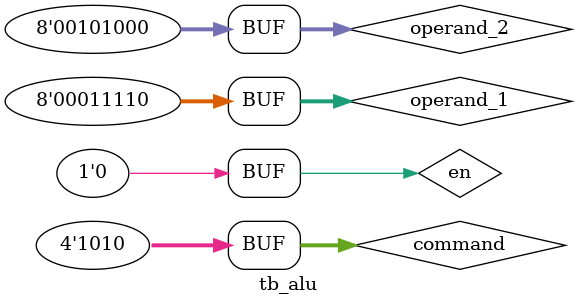
<source format=v>
module tb_alu();

reg [7:0] operand_1;
reg [7:0] operand_2;
reg [3:0] command;
reg en;

wire [15:0] out;

alu DUT(operand_1, operand_2, command, en, out);

initial
begin
operand_1=8'd30; operand_2=8'd40; command=4'b0000; en=1'b1;
#50 operand_1=8'd30; operand_2=8'd40; command=4'b0001; en=1'b1;
#50 operand_1=8'd30; operand_2=8'd40; command=4'b0010; en=1'b1;
#50 operand_1=8'd30; operand_2=8'd40; command=4'b0011; en=1'b1;
#50 operand_1=8'd30; operand_2=8'd40; command=4'b0100; en=1'b1;
#50 operand_1=8'd30; operand_2=8'd40; command=4'b0101; en=1'b1;
#50 operand_1=8'd30; operand_2=8'd40; command=4'b0110; en=1'b1;
#50 operand_1=8'd30; operand_2=8'd40; command=4'b0111; en=1'b1;
#50 operand_1=8'd30; operand_2=8'd40; command=4'b1000; en=1'b1;
#50 operand_1=8'd30; operand_2=8'd40; command=4'b1001; en=1'b1;
#50 operand_1=8'd30; operand_2=8'd40; command=4'b1010; en=1'b1;
#50 operand_1=8'd30; operand_2=8'd40; command=4'b1011; en=1'b1;
#50 operand_1=8'd30; operand_2=8'd40; command=4'b1100; en=1'b1;
#50 operand_1=8'd30; operand_2=8'd40; command=4'b1101; en=1'b1;
#50 operand_1=8'd30; operand_2=8'd40; command=4'b1110; en=1'b1;
#50 operand_1=8'd30; operand_2=8'd40; command=4'b1111; en=1'b1;
#50 operand_1=8'd30; operand_2=8'd40; command=4'b0011; en=1'b0;
#50 operand_1=8'd30; operand_2=8'd40; command=4'b1010; en=1'b0;

end
endmodule

</source>
